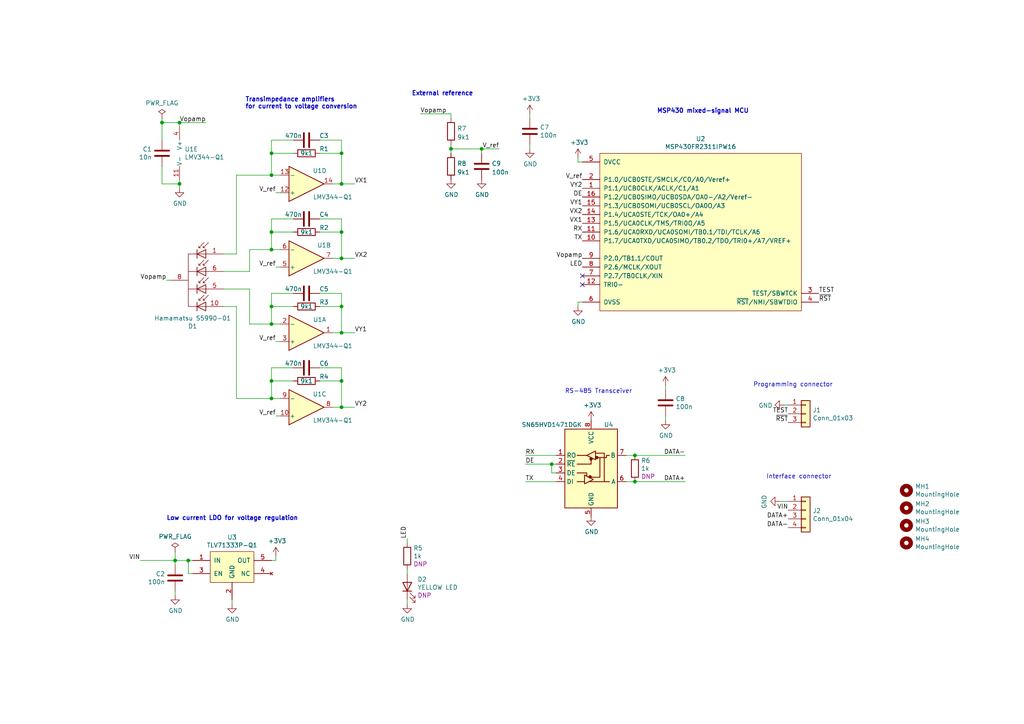
<source format=kicad_sch>
(kicad_sch (version 20231120) (generator "eeschema") (generator_version "8.0")
  (paper "A4")
  (title_block (title "PSS Sun Sensor") (date "2022-12-08") (rev "v4") (company "Aalto University") (comment 1 "Petri Niemelä"))
  (lib_symbols
    (symbol "Amplifier_Operational:OPA4340UA" (pin_names (offset 0.127))
      (property "Reference" "U" (at 0 5.08 0))
      (property "Value" "OPA4340UA" (at 0 -5.08 0))
      (symbol "OPA4340UA_1_1"
        (polyline (pts (xy -5.08 5.08) (xy 5.08 0) (xy -5.08 -5.08) (xy -5.08 5.08)) (stroke (width 0.254)) (fill (type background)))
        (pin output line (at 7.62 0 180) (length 2.54) (name "~") (number "1"))
        (pin input line (at -7.62 -2.54 0) (length 2.54) (name "-") (number "2"))
        (pin input line (at -7.62 2.54 0) (length 2.54) (name "+") (number "3"))
      )
      (symbol "OPA4340UA_2_1"
        (polyline (pts (xy -5.08 5.08) (xy 5.08 0) (xy -5.08 -5.08) (xy -5.08 5.08)) (stroke (width 0.254)) (fill (type background)))
        (pin input line (at -7.62 2.54 0) (length 2.54) (name "+") (number "5"))
        (pin input line (at -7.62 -2.54 0) (length 2.54) (name "-") (number "6"))
        (pin output line (at 7.62 0 180) (length 2.54) (name "~") (number "7"))
      )
      (symbol "OPA4340UA_3_1"
        (polyline (pts (xy -5.08 5.08) (xy 5.08 0) (xy -5.08 -5.08) (xy -5.08 5.08)) (stroke (width 0.254)) (fill (type background)))
        (pin input line (at -7.62 2.54 0) (length 2.54) (name "+") (number "10"))
        (pin output line (at 7.62 0 180) (length 2.54) (name "~") (number "8"))
        (pin input line (at -7.62 -2.54 0) (length 2.54) (name "-") (number "9"))
      )
      (symbol "OPA4340UA_4_1"
        (polyline (pts (xy -5.08 5.08) (xy 5.08 0) (xy -5.08 -5.08) (xy -5.08 5.08)) (stroke (width 0.254)) (fill (type background)))
        (pin input line (at -7.62 2.54 0) (length 2.54) (name "+") (number "12"))
        (pin input line (at -7.62 -2.54 0) (length 2.54) (name "-") (number "13"))
        (pin output line (at 7.62 0 180) (length 2.54) (name "~") (number "14"))
      )
      (symbol "OPA4340UA_5_1"
        (pin power_in line (at -2.54 -7.62 90) (length 3.81) (name "V-") (number "11"))
        (pin power_in line (at -2.54 7.62 270) (length 3.81) (name "V+") (number "4"))
      )
    )
    (symbol "Connector_Generic:Conn_01x03" (pin_names (offset 1.016) hide)
      (property "Reference" "J" (at 0 5.08 0))
      (property "Value" "Conn_01x03" (at 0 -5.08 0))
      (symbol "Conn_01x03_1_1"
        (rectangle (start -1.27 -2.413) (end 0 -2.667) (stroke (width 0.1524)))
        (rectangle (start -1.27 0.127) (end 0 -0.127) (stroke (width 0.1524)))
        (rectangle (start -1.27 2.667) (end 0 2.413) (stroke (width 0.1524)))
        (rectangle (start -1.27 3.81) (end 1.27 -3.81) (stroke (width 0.254)) (fill (type background)))
        (pin passive line (at -5.08 2.54 0) (length 3.81) (name "Pin_1") (number "1"))
        (pin passive line (at -5.08 0 0) (length 3.81) (name "Pin_2") (number "2"))
        (pin passive line (at -5.08 -2.54 0) (length 3.81) (name "Pin_3") (number "3"))
      )
    )
    (symbol "Connector_Generic:Conn_01x04" (pin_names (offset 1.016) hide)
      (property "Reference" "J" (at 0 5.08 0))
      (property "Value" "Conn_01x04" (at 0 -7.62 0))
      (symbol "Conn_01x04_1_1"
        (rectangle (start -1.27 -4.953) (end 0 -5.207) (stroke (width 0.1524)))
        (rectangle (start -1.27 -2.413) (end 0 -2.667) (stroke (width 0.1524)))
        (rectangle (start -1.27 0.127) (end 0 -0.127) (stroke (width 0.1524)))
        (rectangle (start -1.27 2.667) (end 0 2.413) (stroke (width 0.1524)))
        (rectangle (start -1.27 3.81) (end 1.27 -6.35) (stroke (width 0.254)) (fill (type background)))
        (pin passive line (at -5.08 2.54 0) (length 3.81) (name "Pin_1") (number "1"))
        (pin passive line (at -5.08 0 0) (length 3.81) (name "Pin_2") (number "2"))
        (pin passive line (at -5.08 -2.54 0) (length 3.81) (name "Pin_3") (number "3"))
        (pin passive line (at -5.08 -5.08 0) (length 3.81) (name "Pin_4") (number "4"))
      )
    )
    (symbol "Device:C" (pin_numbers hide) (pin_names (offset 0.254))
      (property "Reference" "C" (at 0.635 2.54 0))
      (property "Value" "C" (at 0.635 -2.54 0))
      (symbol "C_0_1"
        (polyline (pts (xy -2.032 -0.762) (xy 2.032 -0.762)) (stroke (width 0.508)))
        (polyline (pts (xy -2.032 0.762) (xy 2.032 0.762)) (stroke (width 0.508)))
      )
      (symbol "C_1_1"
        (pin passive line (at 0 3.81 270) (length 2.794) (name "~") (number "1"))
        (pin passive line (at 0 -3.81 90) (length 2.794) (name "~") (number "2"))
      )
    )
    (symbol "Device:LED" (pin_numbers hide) (pin_names (offset 1.016) hide)
      (property "Reference" "D" (at 0 2.54 0))
      (property "Value" "LED" (at 0 -2.54 0))
      (symbol "LED_0_1"
        (polyline (pts (xy -1.27 -1.27) (xy -1.27 1.27)) (stroke (width 0.254)))
        (polyline (pts (xy -1.27 0) (xy 1.27 0)))
        (polyline (pts (xy 1.27 -1.27) (xy 1.27 1.27) (xy -1.27 0) (xy 1.27 -1.27)) (stroke (width 0.254)))
        (polyline (pts (xy -3.048 -0.762) (xy -4.572 -2.286) (xy -3.81 -2.286) (xy -4.572 -2.286) (xy -4.572 -1.524)))
        (polyline (pts (xy -1.778 -0.762) (xy -3.302 -2.286) (xy -2.54 -2.286) (xy -3.302 -2.286) (xy -3.302 -1.524)))
      )
      (symbol "LED_1_1"
        (pin passive line (at -3.81 0 0) (length 2.54) (name "K") (number "1"))
        (pin passive line (at 3.81 0 180) (length 2.54) (name "A") (number "2"))
      )
    )
    (symbol "Device:R" (pin_numbers hide) (pin_names (offset 0))
      (property "Reference" "R" (at 2.032 0 90))
      (property "Value" "R" (at 0 0 90))
      (symbol "R_0_1"
        (rectangle (start -1.016 -2.54) (end 1.016 2.54) (stroke (width 0.254)))
      )
      (symbol "R_1_1"
        (pin passive line (at 0 3.81 270) (length 1.27) (name "~") (number "1"))
        (pin passive line (at 0 -3.81 90) (length 1.27) (name "~") (number "2"))
      )
    )
    (symbol "Interface_UART:MAX3486"
      (property "Reference" "U" (at -6.096 11.43 0))
      (property "Value" "MAX3486" (at 0.762 11.43 0))
      (symbol "MAX3486_0_1"
        (rectangle (start -7.62 10.16) (end 7.62 -12.7) (stroke (width 0.254)) (fill (type background)))
        (circle (center -0.3048 -3.683) (radius 0.3556) (stroke (width 0.254)) (fill (type outline)))
        (circle (center -0.0254 1.4986) (radius 0.3556) (stroke (width 0.254)) (fill (type outline)))
        (polyline (pts (xy -4.064 -5.08) (xy -1.905 -5.08)) (stroke (width 0.254)))
        (polyline (pts (xy -4.064 2.54) (xy -1.27 2.54)) (stroke (width 0.254)))
        (polyline (pts (xy -1.27 -3.2004) (xy -1.27 -3.4544)) (stroke (width 0.254)))
        (polyline (pts (xy -0.635 -5.08) (xy 5.334 -5.08)) (stroke (width 0.254)))
        (polyline (pts (xy -4.064 -2.54) (xy -1.27 -2.54) (xy -1.27 -3.175)) (stroke (width 0.254)))
        (polyline (pts (xy 0 1.27) (xy 0 0) (xy -4.064 0)) (stroke (width 0.254)))
        (polyline (pts (xy 1.27 3.175) (xy 3.81 3.175) (xy 3.81 -5.08)) (stroke (width 0.254)))
        (polyline (pts (xy 2.54 1.905) (xy 2.54 -3.81) (xy 0 -3.81)) (stroke (width 0.254)))
        (polyline (pts (xy -1.905 -3.175) (xy -1.905 -5.715) (xy 0.635 -4.445) (xy -1.905 -3.175)) (stroke (width 0.254)))
        (polyline (pts (xy -1.27 2.54) (xy 1.27 3.81) (xy 1.27 1.27) (xy -1.27 2.54)) (stroke (width 0.254)))
        (polyline (pts (xy 1.905 1.905) (xy 4.445 1.905) (xy 4.445 2.54) (xy 5.334 2.54)) (stroke (width 0.254)))
        (rectangle (start 1.27 3.175) (end 1.27 3.175))
        (circle (center 1.651 1.905) (radius 0.3556) (stroke (width 0.254)) (fill (type outline)))
      )
      (symbol "MAX3486_1_1"
        (pin output line (at -10.16 2.54 0) (length 2.54) (name "RO") (number "1"))
        (pin input line (at -10.16 0 0) (length 2.54) (name "~{RE}") (number "2"))
        (pin input line (at -10.16 -2.54 0) (length 2.54) (name "DE") (number "3"))
        (pin input line (at -10.16 -5.08 0) (length 2.54) (name "DI") (number "4"))
        (pin power_in line (at 0 -15.24 90) (length 2.54) (name "GND") (number "5"))
        (pin bidirectional line (at 10.16 -5.08 180) (length 2.54) (name "A") (number "6"))
        (pin bidirectional line (at 10.16 2.54 180) (length 2.54) (name "B") (number "7"))
        (pin power_in line (at 0 12.7 270) (length 2.54) (name "VCC") (number "8"))
      )
    )
    (symbol "Mechanical:MountingHole" (pin_names (offset 1.016))
      (property "Reference" "H" (at 0 5.08 0))
      (property "Value" "MountingHole" (at 0 3.175 0))
      (symbol "MountingHole_0_1"
        (circle (center 0 0) (radius 1.27) (stroke (width 1.27)))
      )
    )
    (symbol "Sun_Sensor:MSP430FR2311IPW16" (pin_names (offset 1.016))
      (property "Reference" "U" (at -27.94 -16.51 0))
      (property "Value" "MSP430FR2311IPW16" (at 0 31.75 0))
      (symbol "MSP430FR2311IPW16_0_1"
        (rectangle (start -29.21 30.48) (end 29.21 -15.24) (fill (type background)))
      )
      (symbol "MSP430FR2311IPW16_1_1"
        (pin bidirectional line (at -34.29 20.32 0) (length 5.08) (name "P1.1/UCB0CLK/ACLK/C1/A1") (number "1"))
        (pin bidirectional line (at -34.29 5.08 0) (length 5.08) (name "P1.7/UCA0TXD/UCA0SIMO/TB0.2/TDO/TRI0+/A7/VREF+") (number "10"))
        (pin bidirectional line (at -34.29 7.62 0) (length 5.08) (name "P1.6/UCA0RXD/UCA0SOMI/TB0.1/TDI/TCLK/A6") (number "11"))
        (pin input line (at -34.29 -7.62 0) (length 5.08) (name "TRI0-") (number "12"))
        (pin bidirectional line (at -34.29 10.16 0) (length 5.08) (name "P1.5/UCA0CLK/TMS/TRI0O/A5") (number "13"))
        (pin bidirectional line (at -34.29 12.7 0) (length 5.08) (name "P1.4/UCA0STE/TCK/OA0+/A4") (number "14"))
        (pin bidirectional line (at -34.29 15.24 0) (length 5.08) (name "P1.3/UCB0SOMI/UCB0SCL/OA0O/A3") (number "15"))
        (pin bidirectional line (at -34.29 17.78 0) (length 5.08) (name "P1.2/UCB0SIMO/UCB0SDA/OA0-/A2/Veref-") (number "16"))
        (pin bidirectional line (at -34.29 22.86 0) (length 5.08) (name "P1.0/UCB0STE/SMCLK/C0/A0/Veref+") (number "2"))
        (pin bidirectional line (at 34.29 -10.16 180) (length 5.08) (name "TEST/SBWTCK") (number "3"))
        (pin bidirectional line (at 34.29 -12.7 180) (length 5.08) (name "~{RST}/NMI/SBWTDIO") (number "4"))
        (pin power_in line (at -34.29 27.94 0) (length 5.08) (name "DVCC") (number "5"))
        (pin power_in line (at -34.29 -12.7 0) (length 5.08) (name "DVSS") (number "6"))
        (pin bidirectional line (at -34.29 -5.08 0) (length 5.08) (name "P2.7/TB0CLK/XIN") (number "7"))
        (pin bidirectional line (at -34.29 -2.54 0) (length 5.08) (name "P2.6/MCLK/XOUT") (number "8"))
        (pin bidirectional line (at -34.29 0 0) (length 5.08) (name "P2.0/TB1.1/COUT") (number "9"))
      )
    )
    (symbol "Sun_Sensor:S5990-01" (pin_names (offset 1.016) hide)
      (property "Reference" "D" (at 0 -10.16 0))
      (property "Value" "S5990-01" (at 8.89 -10.16 0))
      (symbol "S5990-01_0_0"
        (polyline (pts (xy 1.27 -2.54) (xy 3.81 -2.54)))
        (polyline (pts (xy 1.27 2.54) (xy 3.81 2.54)))
        (polyline (pts (xy 1.27 7.62) (xy 3.81 7.62) (xy 3.81 0) (xy 3.81 -7.62) (xy 1.27 -7.62)))
      )
      (symbol "S5990-01_1_1"
        (polyline (pts (xy -1.27 -7.62) (xy 1.27 -7.62)))
        (polyline (pts (xy -1.27 -2.54) (xy 1.27 -2.54)))
        (polyline (pts (xy -1.27 2.54) (xy 1.27 2.54)))
        (polyline (pts (xy -1.27 7.62) (xy 1.27 7.62)))
        (polyline (pts (xy 0.762 -5.842) (xy 0.254 -5.842)))
        (polyline (pts (xy 0.762 -0.762) (xy 0.254 -0.762)))
        (polyline (pts (xy 0.762 4.318) (xy 0.254 4.318)))
        (polyline (pts (xy 0.762 9.398) (xy 0.254 9.398)))
        (polyline (pts (xy 1.27 -8.89) (xy 1.27 -6.35)) (stroke (width 0.2032)))
        (polyline (pts (xy 1.27 -3.81) (xy 1.27 -1.27)) (stroke (width 0.2032)))
        (polyline (pts (xy 1.27 1.27) (xy 1.27 3.81)) (stroke (width 0.2032)))
        (polyline (pts (xy 1.27 6.35) (xy 1.27 8.89)) (stroke (width 0.2032)))
        (polyline (pts (xy -0.762 -4.318) (xy 0.762 -5.842) (xy 0.762 -5.334)))
        (polyline (pts (xy -0.762 0.762) (xy 0.762 -0.762) (xy 0.762 -0.254)))
        (polyline (pts (xy -0.762 5.842) (xy 0.762 4.318) (xy 0.762 4.826)))
        (polyline (pts (xy -0.762 10.922) (xy 0.762 9.398) (xy 0.762 9.906)))
        (polyline (pts (xy -1.27 -6.35) (xy -1.27 -8.89) (xy 1.27 -7.62) (xy -1.27 -6.35)) (stroke (width 0.2032)))
        (polyline (pts (xy -1.27 -1.27) (xy -1.27 -3.81) (xy 1.27 -2.54) (xy -1.27 -1.27)) (stroke (width 0.2032)))
        (polyline (pts (xy -1.27 3.81) (xy -1.27 1.27) (xy 1.27 2.54) (xy -1.27 3.81)) (stroke (width 0.2032)))
        (polyline (pts (xy -1.27 8.89) (xy -1.27 6.35) (xy 1.27 7.62) (xy -1.27 8.89)) (stroke (width 0.2032)))
        (polyline (pts (xy -2.032 -4.318) (xy -0.508 -5.842) (xy -0.508 -5.334) (xy -0.508 -5.842) (xy -1.016 -5.842)))
        (polyline (pts (xy -2.032 0.762) (xy -0.508 -0.762) (xy -0.508 -0.254) (xy -0.508 -0.762) (xy -1.016 -0.762)))
        (polyline (pts (xy -2.032 5.842) (xy -0.508 4.318) (xy -0.508 4.826) (xy -0.508 4.318) (xy -1.016 4.318)))
        (polyline (pts (xy -2.032 10.922) (xy -0.508 9.398) (xy -0.508 9.906) (xy -0.508 9.398) (xy -1.016 9.398)))
        (pin passive line (at -6.35 7.62 0) (length 5.08) (name "Anode_X1") (number "1"))
        (pin passive line (at -6.35 -7.62 0) (length 5.08) (name "Anode_Y2") (number "10"))
        (pin no_connect line (at 11.43 7.62 180) (length 5.08) hide (name "NC") (number "2"))
        (pin no_connect line (at 11.43 5.08 180) (length 5.08) hide (name "NC") (number "3"))
        (pin no_connect line (at 11.43 2.54 180) (length 5.08) hide (name "NC") (number "4"))
        (pin passive line (at -6.35 -2.54 0) (length 5.08) (name "Anode_Y1") (number "5"))
        (pin passive line (at -6.35 2.54 0) (length 5.08) (name "Anode_X2") (number "6"))
        (pin no_connect line (at 11.43 -2.54 180) (length 5.08) hide (name "NC") (number "7"))
        (pin passive line (at 8.89 0 180) (length 5.08) (name "Cathode") (number "8"))
        (pin no_connect line (at 11.43 -5.08 180) (length 5.08) hide (name "NC") (number "9"))
      )
    )
    (symbol "Sun_Sensor:TLV733P-Q1" (pin_names (offset 1.016))
      (property "Reference" "U" (at -5.08 -7.62 0))
      (property "Value" "TLV733P-Q1" (at 0 5.08 0))
      (symbol "TLV733P-Q1_0_1"
        (rectangle (start -6.35 3.81) (end 6.35 -5.08) (fill (type background)))
      )
      (symbol "TLV733P-Q1_1_1"
        (pin power_in line (at -11.43 1.27 0) (length 5.08) (name "IN") (number "1"))
        (pin power_in line (at 0 -10.16 90) (length 5.08) (name "GND") (number "2"))
        (pin input line (at -11.43 -2.54 0) (length 5.08) (name "EN") (number "3"))
        (pin no_connect line (at 11.43 -2.54 180) (length 5.08) (name "NC") (number "4"))
        (pin power_out line (at 11.43 1.27 180) (length 5.08) (name "OUT") (number "5"))
      )
    )
    (symbol "power:+3V3" (power) (pin_names (offset 0))
      (property "Value" "+3V3" (at 0 3.556 0))
      (symbol "+3V3_0_1"
        (polyline (pts (xy -0.762 1.27) (xy 0 2.54)))
        (polyline (pts (xy 0 0) (xy 0 2.54)))
        (polyline (pts (xy 0 2.54) (xy 0.762 1.27)))
      )
      (symbol "+3V3_1_1"
        (pin power_in line (at 0 0 90) (length 0) hide (name "+3V3") (number "1"))
      )
    )
    (symbol "power:GND" (power) (pin_names (offset 0))
      (property "Value" "GND" (at 0 -3.81 0))
      (symbol "GND_0_1"
        (polyline (pts (xy 0 0) (xy 0 -1.27) (xy 1.27 -1.27) (xy 0 -2.54) (xy -1.27 -1.27) (xy 0 -1.27)))
      )
      (symbol "GND_1_1"
        (pin power_in line (at 0 0 270) (length 0) hide (name "GND") (number "1"))
      )
    )
    (symbol "power:PWR_FLAG" (power) (pin_numbers hide) (pin_names (offset 0) hide)
      (property "Value" "PWR_FLAG" (at 0 3.81 0))
      (symbol "PWR_FLAG_0_0"
        (pin power_out line (at 0 0 90) (length 0) (name "pwr") (number "1"))
      )
      (symbol "PWR_FLAG_0_1"
        (polyline (pts (xy 0 0) (xy 0 1.27) (xy -1.016 1.905) (xy 0 2.54) (xy 1.016 1.905) (xy 0 1.27)))
      )
    )
  )
  (junction (at 99.06 67.31))
  (junction (at 78.74 50.8))
  (junction (at 99.06 53.34))
  (junction (at 99.06 88.9))
  (junction (at 99.06 44.45))
  (junction (at 99.06 110.49))
  (junction (at 78.74 115.57))
  (junction (at 99.06 96.52))
  (junction (at 78.74 93.98))
  (junction (at 139.7 43.18))
  (junction (at 184.15 139.7))
  (junction (at 50.8 162.56))
  (junction (at 130.81 43.18))
  (junction (at 54.61 162.56))
  (junction (at 52.07 53.34))
  (junction (at 160.02 134.62))
  (junction (at 184.15 132.08))
  (junction (at 78.74 88.9))
  (junction (at 52.07 35.56))
  (junction (at 99.06 74.93))
  (junction (at 78.74 110.49))
  (junction (at 99.06 118.11))
  (junction (at 78.74 67.31))
  (junction (at 78.74 44.45))
  (junction (at 78.74 72.39))
  (junction (at 46.99 35.56))
  (no_connect (at 168.91 82.55))
  (no_connect (at 168.91 80.01))
  (wire (pts (xy 139.7 43.18) (xy 139.7 44.45)))
  (wire (pts (xy 46.99 40.64) (xy 46.99 35.56)))
  (wire (pts (xy 78.74 67.31) (xy 78.74 63.5)))
  (wire (pts (xy 118.11 157.48) (xy 118.11 156.21)))
  (wire (pts (xy 81.28 93.98) (xy 78.74 93.98)))
  (wire (pts (xy 55.88 166.37) (xy 54.61 166.37)))
  (wire (pts (xy 52.07 52.07) (xy 52.07 53.34)))
  (wire (pts (xy 130.81 41.91) (xy 130.81 43.18)))
  (wire (pts (xy 46.99 34.29) (xy 46.99 35.56)))
  (wire (pts (xy 85.09 67.31) (xy 78.74 67.31)))
  (wire (pts (xy 130.81 43.18) (xy 139.7 43.18)))
  (wire (pts (xy 46.99 48.26) (xy 46.99 53.34)))
  (wire (pts (xy 72.39 93.98) (xy 78.74 93.98)))
  (wire (pts (xy 167.64 87.63) (xy 168.91 87.63)))
  (wire (pts (xy 78.74 106.68) (xy 85.09 106.68)))
  (wire (pts (xy 96.52 118.11) (xy 99.06 118.11)))
  (wire (pts (xy 78.74 44.45) (xy 78.74 50.8)))
  (wire (pts (xy 99.06 74.93) (xy 99.06 67.31)))
  (wire (pts (xy 99.06 53.34) (xy 99.06 44.45)))
  (wire (pts (xy 68.58 73.66) (xy 68.58 50.8)))
  (wire (pts (xy 78.74 50.8) (xy 81.28 50.8)))
  (wire (pts (xy 68.58 115.57) (xy 68.58 88.9)))
  (wire (pts (xy 92.71 110.49) (xy 99.06 110.49)))
  (wire (pts (xy 50.8 160.02) (xy 50.8 162.56)))
  (wire (pts (xy 96.52 53.34) (xy 99.06 53.34)))
  (wire (pts (xy 161.29 137.16) (xy 160.02 137.16)))
  (wire (pts (xy 99.06 96.52) (xy 99.06 88.9)))
  (wire (pts (xy 78.74 85.09) (xy 85.09 85.09)))
  (wire (pts (xy 85.09 110.49) (xy 78.74 110.49)))
  (wire (pts (xy 80.01 99.06) (xy 81.28 99.06)))
  (wire (pts (xy 85.09 88.9) (xy 78.74 88.9)))
  (wire (pts (xy 153.67 33.02) (xy 153.67 34.29)))
  (wire (pts (xy 72.39 72.39) (xy 78.74 72.39)))
  (wire (pts (xy 80.01 120.65) (xy 81.28 120.65)))
  (wire (pts (xy 85.09 44.45) (xy 78.74 44.45)))
  (wire (pts (xy 52.07 35.56) (xy 52.07 36.83)))
  (wire (pts (xy 161.29 132.08) (xy 152.4 132.08)))
  (wire (pts (xy 92.71 67.31) (xy 99.06 67.31)))
  (wire (pts (xy 130.81 33.02) (xy 130.81 34.29)))
  (wire (pts (xy 181.61 132.08) (xy 184.15 132.08)))
  (wire (pts (xy 167.64 46.99) (xy 168.91 46.99)))
  (wire (pts (xy 152.4 139.7) (xy 161.29 139.7)))
  (wire (pts (xy 193.04 111.76) (xy 193.04 113.03)))
  (wire (pts (xy 54.61 162.56) (xy 55.88 162.56)))
  (wire (pts (xy 227.33 117.475) (xy 228.6 117.475)))
  (wire (pts (xy 184.15 139.7) (xy 181.61 139.7)))
  (wire (pts (xy 68.58 88.9) (xy 64.77 88.9)))
  (wire (pts (xy 130.81 44.45) (xy 130.81 43.18)))
  (wire (pts (xy 78.74 44.45) (xy 78.74 40.64)))
  (wire (pts (xy 99.06 44.45) (xy 92.71 44.45)))
  (wire (pts (xy 78.74 72.39) (xy 78.74 67.31)))
  (wire (pts (xy 40.64 162.56) (xy 50.8 162.56)))
  (wire (pts (xy 153.67 43.18) (xy 153.67 41.91)))
  (wire (pts (xy 198.755 139.7) (xy 184.15 139.7)))
  (wire (pts (xy 68.58 50.8) (xy 78.74 50.8)))
  (wire (pts (xy 139.7 43.18) (xy 144.78 43.18)))
  (wire (pts (xy 81.28 72.39) (xy 78.74 72.39)))
  (wire (pts (xy 64.77 83.82) (xy 72.39 83.82)))
  (wire (pts (xy 99.06 118.11) (xy 102.87 118.11)))
  (wire (pts (xy 160.02 134.62) (xy 161.29 134.62)))
  (wire (pts (xy 50.8 162.56) (xy 54.61 162.56)))
  (wire (pts (xy 152.4 134.62) (xy 160.02 134.62)))
  (wire (pts (xy 99.06 85.09) (xy 92.71 85.09)))
  (wire (pts (xy 167.64 88.9) (xy 167.64 87.63)))
  (wire (pts (xy 99.06 110.49) (xy 99.06 106.68)))
  (wire (pts (xy 99.06 40.64) (xy 99.06 44.45)))
  (wire (pts (xy 99.06 88.9) (xy 99.06 85.09)))
  (wire (pts (xy 72.39 83.82) (xy 72.39 93.98)))
  (wire (pts (xy 167.64 45.72) (xy 167.64 46.99)))
  (wire (pts (xy 78.74 115.57) (xy 78.74 110.49)))
  (wire (pts (xy 78.74 40.64) (xy 85.09 40.64)))
  (wire (pts (xy 67.31 175.26) (xy 67.31 173.99)))
  (wire (pts (xy 46.99 53.34) (xy 52.07 53.34)))
  (wire (pts (xy 64.77 73.66) (xy 68.58 73.66)))
  (wire (pts (xy 99.06 63.5) (xy 92.71 63.5)))
  (wire (pts (xy 99.06 67.31) (xy 99.06 63.5)))
  (wire (pts (xy 99.06 53.34) (xy 102.87 53.34)))
  (wire (pts (xy 59.69 35.56) (xy 52.07 35.56)))
  (wire (pts (xy 68.58 115.57) (xy 78.74 115.57)))
  (wire (pts (xy 78.74 63.5) (xy 85.09 63.5)))
  (wire (pts (xy 81.28 115.57) (xy 78.74 115.57)))
  (wire (pts (xy 72.39 78.74) (xy 72.39 72.39)))
  (wire (pts (xy 121.92 33.02) (xy 130.81 33.02)))
  (wire (pts (xy 226.06 145.415) (xy 228.6 145.415)))
  (wire (pts (xy 96.52 74.93) (xy 99.06 74.93)))
  (wire (pts (xy 99.06 96.52) (xy 102.87 96.52)))
  (wire (pts (xy 46.99 35.56) (xy 52.07 35.56)))
  (wire (pts (xy 99.06 74.93) (xy 102.87 74.93)))
  (wire (pts (xy 54.61 166.37) (xy 54.61 162.56)))
  (wire (pts (xy 50.8 172.72) (xy 50.8 171.45)))
  (wire (pts (xy 78.74 110.49) (xy 78.74 106.68)))
  (wire (pts (xy 78.74 93.98) (xy 78.74 88.9)))
  (wire (pts (xy 78.74 162.56) (xy 80.01 162.56)))
  (wire (pts (xy 118.11 173.99) (xy 118.11 175.26)))
  (wire (pts (xy 99.06 106.68) (xy 92.71 106.68)))
  (wire (pts (xy 78.74 88.9) (xy 78.74 85.09)))
  (wire (pts (xy 160.02 137.16) (xy 160.02 134.62)))
  (wire (pts (xy 80.01 55.88) (xy 81.28 55.88)))
  (wire (pts (xy 193.04 121.92) (xy 193.04 120.65)))
  (wire (pts (xy 92.71 40.64) (xy 99.06 40.64)))
  (wire (pts (xy 184.15 132.08) (xy 198.755 132.08)))
  (wire (pts (xy 99.06 118.11) (xy 99.06 110.49)))
  (wire (pts (xy 96.52 96.52) (xy 99.06 96.52)))
  (wire (pts (xy 48.26 81.28) (xy 49.53 81.28)))
  (wire (pts (xy 92.71 88.9) (xy 99.06 88.9)))
  (wire (pts (xy 80.01 77.47) (xy 81.28 77.47)))
  (wire (pts (xy 52.07 53.34) (xy 52.07 54.61)))
  (wire (pts (xy 50.8 163.83) (xy 50.8 162.56)))
  (wire (pts (xy 64.77 78.74) (xy 72.39 78.74)))
  (wire (pts (xy 118.11 166.37) (xy 118.11 165.1)))
  (wire (pts (xy 80.01 162.56) (xy 80.01 161.29)))
  (text "RS-485 Transceiver" (at 163.83 114.3 0) (effects (font (size 1.27 1.27)) (justify left bottom)))
  (text "Transimpedance amplifiers\nfor current to voltage conversion" (at 71.12 31.75 0) (effects (font (size 1.27 1.27) (thickness 0.254) (bold yes)) (justify left bottom)))
  (text "External reference" (at 119.38 27.94 0) (effects (font (size 1.27 1.27) (thickness 0.254) (bold yes)) (justify left bottom)))
  (text "Low current LDO for voltage regulation" (at 48.26 151.13 0) (effects (font (size 1.27 1.27) (thickness 0.254) (bold yes)) (justify left bottom)))
  (text "Programming connector" (at 218.44 112.395 0) (effects (font (size 1.27 1.27)) (justify left bottom)))
  (text "MSP430 mixed-signal MCU" (at 190.5 33.02 0) (effects (font (size 1.27 1.27) (thickness 0.254) (bold yes)) (justify left bottom)))
  (text "Interface connector" (at 222.25 139.065 0) (effects (font (size 1.27 1.27)) (justify left bottom)))
  (label "TX" (at 152.4 139.7 0))
  (label "VX1" (at 102.87 53.34 0))
  (label "LED" (at 118.11 156.21 90))
  (label "VIN" (at 40.64 162.56 180))
  (label "TEST" (at 237.49 85.09 0))
  (label "Vopamp" (at 48.26 81.28 180))
  (label "DATA-" (at 228.6 153.035 180))
  (label "RX" (at 168.91 67.31 180))
  (label "Vopamp" (at 168.91 74.93 180))
  (label "~{RST}" (at 237.49 87.63 0))
  (label "VX1" (at 168.91 64.77 180))
  (label "V_ref" (at 80.01 55.88 180))
  (label "LED" (at 168.91 77.47 180))
  (label "VIN" (at 228.6 147.955 180))
  (label "DATA-" (at 198.755 132.08 180))
  (label "V_ref" (at 168.91 52.07 180))
  (label "VY1" (at 102.87 96.52 0))
  (label "DATA+" (at 228.6 150.495 180))
  (label "~{RST}" (at 228.6 122.555 180))
  (label "DATA+" (at 198.755 139.7 180))
  (label "VX2" (at 102.87 74.93 0))
  (label "V_ref" (at 80.01 77.47 180))
  (label "VX2" (at 168.91 62.23 180))
  (label "TX" (at 168.91 69.85 180))
  (label "TEST" (at 228.6 120.015 180))
  (label "DE" (at 168.91 57.15 180))
  (label "V_ref" (at 80.01 120.65 180))
  (label "VY2" (at 168.91 54.61 180))
  (label "V_ref" (at 144.78 43.18 180))
  (label "Vopamp" (at 121.92 33.02 0))
  (label "Vopamp" (at 59.69 35.56 180))
  (label "V_ref" (at 80.01 99.06 180))
  (label "RX" (at 152.4 132.08 0))
  (label "VY2" (at 102.87 118.11 0))
  (label "VY1" (at 168.91 59.69 180))
  (label "DE" (at 152.4 134.62 0))
  (symbol (lib_id "Amplifier_Operational:OPA4340UA") (at 88.9 96.52 0) (mirror x) (unit 1)
    (property "Reference" "U1" (at 92.71 92.71 0))
    (property "Value" "LMV344-Q1" (at 96.52 100.33 0))
    (property "Footprint" "Package_SO:TSSOP-14_4.4x5mm_P0.65mm" (effects (hide yes)))
    (property "Mouser" "595-LMV344IPWRQ1" (effects (hide yes)))
  )
  (symbol (lib_id "Amplifier_Operational:OPA4340UA") (at 88.9 74.93 0) (mirror x) (unit 2)
    (property "Reference" "U1" (at 93.98 71.12 0))
    (property "Value" "LMV344-Q1" (at 96.52 78.74 0))
    (property "Footprint" "Package_SO:TSSOP-14_4.4x5mm_P0.65mm" (effects (hide yes)))
  )
  (symbol (lib_id "Amplifier_Operational:OPA4340UA") (at 88.9 118.11 0) (mirror x) (unit 3)
    (property "Reference" "U1" (at 92.71 114.3 0))
    (property "Value" "LMV344-Q1" (at 96.52 121.92 0))
    (property "Footprint" "Package_SO:TSSOP-14_4.4x5mm_P0.65mm" (effects (hide yes)))
  )
  (symbol (lib_id "Amplifier_Operational:OPA4340UA") (at 88.9 53.34 0) (mirror x) (unit 4)
    (property "Reference" "U1" (at 92.71 49.53 0))
    (property "Value" "LMV344-Q1" (at 96.52 57.15 0))
    (property "Footprint" "Package_SO:TSSOP-14_4.4x5mm_P0.65mm" (effects (hide yes)))
  )
  (symbol (lib_id "Amplifier_Operational:OPA4340UA") (at 54.61 44.45 0) (unit 5)
    (property "Reference" "U1" (at 53.5432 43.2816 0) (effects (justify left)))
    (property "Value" "LMV344-Q1" (at 53.5432 45.593 0) (effects (justify left)))
    (property "Footprint" "Package_SO:TSSOP-14_4.4x5mm_P0.65mm" (effects (hide yes)))
  )
  (symbol (lib_id "Sun_Sensor:S5990-01") (at 58.42 81.28 0) (mirror y) (unit 1)
    (property "Reference" "D1" (at 55.88 94.615 0))
    (property "Value" "Hamamatsu S5990-01" (at 55.88 92.3036 0))
    (property "Footprint" "Foresail:Hamatsu_S5980" (effects (hide yes)))
  )
  (symbol (lib_id "Device:R") (at 88.9 44.45 270) (unit 1)
    (property "Reference" "R1" (at 93.98 43.18 90))
    (property "Value" "9k1" (at 88.9 44.45 90))
    (property "Footprint" "Resistor_SMD:R_0402_1005Metric" (effects (hide yes)))
  )
  (symbol (lib_id "Device:C") (at 88.9 40.64 270) (unit 1)
    (property "Reference" "C3" (at 93.98 39.37 90))
    (property "Value" "470n" (at 85.09 39.37 90))
    (property "Footprint" "Capacitor_SMD:C_0402_1005Metric" (effects (hide yes)))
  )
  (symbol (lib_id "power:GND") (at 52.07 54.61 0) (unit 1)
    (property "Reference" "#PWR02" (effects (hide yes)))
    (property "Value" "GND" (at 52.197 59.0042 0))
  )
  (symbol (lib_id "Device:C") (at 88.9 63.5 270) (unit 1)
    (property "Reference" "C4" (at 93.98 62.23 90))
    (property "Value" "470n" (at 85.09 62.23 90))
    (property "Footprint" "Capacitor_SMD:C_0402_1005Metric" (effects (hide yes)))
  )
  (symbol (lib_id "Device:R") (at 88.9 67.31 270) (unit 1)
    (property "Reference" "R2" (at 93.98 66.04 90))
    (property "Value" "9k1" (at 88.9 67.31 90))
    (property "Footprint" "Resistor_SMD:R_0402_1005Metric" (effects (hide yes)))
  )
  (symbol (lib_id "Device:R") (at 88.9 88.9 270) (unit 1)
    (property "Reference" "R3" (at 93.98 87.63 90))
    (property "Value" "9k1" (at 88.9 88.9 90))
    (property "Footprint" "Resistor_SMD:R_0402_1005Metric" (effects (hide yes)))
  )
  (symbol (lib_id "Device:C") (at 88.9 85.09 270) (unit 1)
    (property "Reference" "C5" (at 93.98 83.82 90))
    (property "Value" "470n" (at 85.09 83.82 90))
    (property "Footprint" "Capacitor_SMD:C_0402_1005Metric" (effects (hide yes)))
  )
  (symbol (lib_id "Device:R") (at 88.9 110.49 270) (unit 1)
    (property "Reference" "R4" (at 93.98 109.22 90))
    (property "Value" "9k1" (at 88.9 110.49 90))
    (property "Footprint" "Resistor_SMD:R_0402_1005Metric" (effects (hide yes)))
  )
  (symbol (lib_id "Device:C") (at 88.9 106.68 270) (unit 1)
    (property "Reference" "C6" (at 93.98 105.41 90))
    (property "Value" "470n" (at 85.09 105.41 90))
    (property "Footprint" "Capacitor_SMD:C_0402_1005Metric" (effects (hide yes)))
  )
  (symbol (lib_id "Connector_Generic:Conn_01x03") (at 233.68 120.015 0) (unit 1)
    (property "Reference" "J1" (at 235.712 118.9482 0) (effects (justify left)))
    (property "Value" "Conn_01x03" (at 235.712 121.2596 0) (effects (justify left)))
    (property "Footprint" "Connector_PinHeader_1.27mm:PinHeader_1x03_P1.27mm_Vertical" (effects (hide yes)))
  )
  (symbol (lib_id "power:GND") (at 227.33 117.475 270) (unit 1)
    (property "Reference" "#PWR012" (effects (hide yes)))
    (property "Value" "GND" (at 224.0788 117.602 90) (effects (justify right)))
  )
  (symbol (lib_id "Device:C") (at 153.67 38.1 180) (unit 1)
    (property "Reference" "C7" (at 156.591 36.9316 0) (effects (justify right)))
    (property "Value" "100n" (at 156.591 39.243 0) (effects (justify right)))
    (property "Footprint" "Capacitor_SMD:C_0402_1005Metric" (effects (hide yes)))
  )
  (symbol (lib_id "power:GND") (at 153.67 43.18 0) (unit 1)
    (property "Reference" "#PWR09" (effects (hide yes)))
    (property "Value" "GND" (at 153.797 47.5742 0))
  )
  (symbol (lib_id "power:+3V3") (at 153.67 33.02 0) (unit 1)
    (property "Reference" "#PWR08" (effects (hide yes)))
    (property "Value" "+3V3" (at 154.051 28.6258 0))
  )
  (symbol (lib_id "power:GND") (at 226.06 145.415 270) (unit 1)
    (property "Reference" "#PWR014" (effects (hide yes)))
    (property "Value" "GND" (at 221.6658 145.542 0))
  )
  (symbol (lib_id "Sun_Sensor:MSP430FR2311IPW16") (at 203.2 74.93 0) (unit 1)
    (property "Reference" "U2" (at 203.2 40.259 0))
    (property "Value" "MSP430FR2311IPW16" (at 203.2 42.5704 0))
    (property "Footprint" "Package_SO:TSSOP-16_4.4x5mm_P0.65mm" (effects (hide yes)))
    (property "Datasheet" "http://www.ti.com/lit/ds/symlink/msp430fr2311.pdf" (effects (hide yes)))
    (property "Mouser" "595-P430FR2311IPW16R" (effects (hide yes)))
  )
  (symbol (lib_id "Device:C") (at 46.99 44.45 180) (unit 1)
    (property "Reference" "C1" (at 44.069 43.2816 0) (effects (justify left)))
    (property "Value" "10n" (at 44.069 45.593 0) (effects (justify left)))
    (property "Footprint" "Capacitor_SMD:C_0402_1005Metric" (effects (hide yes)))
  )
  (symbol (lib_id "Connector_Generic:Conn_01x04") (at 233.68 147.955 0) (unit 1)
    (property "Reference" "J2" (at 235.712 148.1582 0) (effects (justify left)))
    (property "Value" "Conn_01x04" (at 235.712 150.4696 0) (effects (justify left)))
    (property "Footprint" "Connector_PinHeader_1.27mm:PinHeader_1x04_P1.27mm_Horizontal" (effects (hide yes)))
  )
  (symbol (lib_id "power:+3V3") (at 167.64 45.72 0) (unit 1)
    (property "Reference" "#PWR0101" (effects (hide yes)))
    (property "Value" "+3V3" (at 168.021 41.3258 0))
  )
  (symbol (lib_id "power:GND") (at 167.64 88.9 0) (unit 1)
    (property "Reference" "#PWR0102" (effects (hide yes)))
    (property "Value" "GND" (at 167.767 93.2942 0))
  )
  (symbol (lib_id "Sun_Sensor:TLV733P-Q1") (at 67.31 163.83 0) (unit 1)
    (property "Reference" "U3" (at 67.31 155.829 0))
    (property "Value" "TLV71333P-Q1" (at 67.31 158.1404 0))
    (property "Footprint" "Package_TO_SOT_SMD:SOT-23-5" (effects (hide yes)))
    (property "Datasheet" "http://www.ti.com/lit/ds/symlink/tlv713p-q1.pdf" (effects (hide yes)))
    (property "Mouser" "595-TLV71333PQDBVRQ1" (effects (hide yes)))
  )
  (symbol (lib_id "power:+3V3") (at 80.01 161.29 0) (unit 1)
    (property "Reference" "#PWR0103" (effects (hide yes)))
    (property "Value" "+3V3" (at 80.391 156.8958 0))
  )
  (symbol (lib_id "power:GND") (at 67.31 175.26 0) (unit 1)
    (property "Reference" "#PWR0104" (effects (hide yes)))
    (property "Value" "GND" (at 67.437 179.6542 0))
  )
  (symbol (lib_id "Device:C") (at 50.8 167.64 180) (unit 1)
    (property "Reference" "C2" (at 47.879 166.4716 0) (effects (justify left)))
    (property "Value" "100n" (at 47.879 168.783 0) (effects (justify left)))
    (property "Footprint" "Capacitor_SMD:C_0402_1005Metric" (effects (hide yes)))
  )
  (symbol (lib_id "power:GND") (at 50.8 172.72 0) (unit 1)
    (property "Reference" "#PWR0105" (effects (hide yes)))
    (property "Value" "GND" (at 50.927 177.1142 0))
  )
  (symbol (lib_id "Device:LED") (at 118.11 170.18 90) (unit 1)
    (property "Reference" "D2" (at 121.0818 168.0464 90) (effects (justify right)))
    (property "Value" "YELLOW LED" (at 121.0818 170.3578 90) (effects (justify right)))
    (property "Footprint" "LED_SMD:LED_0402_1005Metric" (effects (hide yes)))
    (property "DNP" "DNP" (at 121.0818 172.6692 90) (effects (justify right)))
  )
  (symbol (lib_id "Device:R") (at 118.11 161.29 0) (unit 1)
    (property "Reference" "R5" (at 119.888 158.9786 0) (effects (justify left)))
    (property "Value" "1k" (at 119.888 161.29 0) (effects (justify left)))
    (property "Footprint" "Resistor_SMD:R_0402_1005Metric" (effects (hide yes)))
    (property "DNP" "DNP" (at 119.888 163.6014 0) (effects (justify left)))
  )
  (symbol (lib_id "power:GND") (at 118.11 175.26 0) (unit 1)
    (property "Reference" "#PWR0106" (effects (hide yes)))
    (property "Value" "GND" (at 118.237 179.6542 0))
  )
  (symbol (lib_id "Mechanical:MountingHole") (at 262.89 142.24 0) (unit 1)
    (property "Reference" "MH1" (at 265.43 141.0716 0) (effects (justify left)))
    (property "Value" "MountingHole" (at 265.43 143.383 0) (effects (justify left)))
    (property "Footprint" "MountingHole:MountingHole_2.2mm_M2" (effects (hide yes)))
  )
  (symbol (lib_id "Mechanical:MountingHole") (at 262.89 147.32 0) (unit 1)
    (property "Reference" "MH2" (at 265.43 146.1516 0) (effects (justify left)))
    (property "Value" "MountingHole" (at 265.43 148.463 0) (effects (justify left)))
    (property "Footprint" "MountingHole:MountingHole_2.2mm_M2" (effects (hide yes)))
  )
  (symbol (lib_id "Mechanical:MountingHole") (at 262.89 152.4 0) (unit 1)
    (property "Reference" "MH3" (at 265.43 151.2316 0) (effects (justify left)))
    (property "Value" "MountingHole" (at 265.43 153.543 0) (effects (justify left)))
    (property "Footprint" "MountingHole:MountingHole_2.2mm_M2" (effects (hide yes)))
  )
  (symbol (lib_id "Mechanical:MountingHole") (at 262.89 157.48 0) (unit 1)
    (property "Reference" "MH4" (at 265.43 156.3116 0) (effects (justify left)))
    (property "Value" "MountingHole" (at 265.43 158.623 0) (effects (justify left)))
    (property "Footprint" "MountingHole:MountingHole_2.2mm_M2" (effects (hide yes)))
  )
  (symbol (lib_id "power:GND") (at 171.45 149.86 0) (unit 1)
    (property "Reference" "#PWR0107" (effects (hide yes)))
    (property "Value" "GND" (at 171.577 154.2542 0))
  )
  (symbol (lib_id "power:+3V3") (at 171.45 121.92 0) (unit 1)
    (property "Reference" "#PWR0108" (effects (hide yes)))
    (property "Value" "+3V3" (at 171.831 117.5258 0))
  )
  (symbol (lib_id "power:PWR_FLAG") (at 46.99 34.29 0) (unit 1)
    (property "Reference" "#FLG0101" (effects (hide yes)))
    (property "Value" "PWR_FLAG" (at 46.99 29.8958 0))
  )
  (symbol (lib_id "power:PWR_FLAG") (at 50.8 160.02 0) (unit 1)
    (property "Reference" "#FLG0102" (effects (hide yes)))
    (property "Value" "PWR_FLAG" (at 50.8 155.6258 0))
  )
  (symbol (lib_id "Interface_UART:MAX3486") (at 171.45 134.62 0) (unit 1)
    (property "Reference" "U4" (at 176.53 123.19 0))
    (property "Value" "SN65HVD1471DGK" (at 160.02 123.19 0))
    (property "Footprint" "Package_SO:VSSOP-8_2.4x2.1mm_P0.5mm" (effects (hide yes)))
    (property "Datasheet" "https://www.ti.com/lit/ds/symlink/sn65hvd1477.pdf" (effects (hide yes)))
  )
  (symbol (lib_id "Device:R") (at 184.15 135.89 0) (unit 1)
    (property "Reference" "R6" (at 185.928 133.5786 0) (effects (justify left)))
    (property "Value" "1k" (at 185.928 135.89 0) (effects (justify left)))
    (property "Footprint" "Resistor_SMD:R_0603_1608Metric" (effects (hide yes)))
    (property "DNP" "DNP" (at 185.928 138.2014 0) (effects (justify left)))
  )
  (symbol (lib_id "power:GND") (at 139.7 52.07 0) (unit 1)
    (property "Reference" "#PWR0109" (effects (hide yes)))
    (property "Value" "GND" (at 139.827 56.4642 0))
  )
  (symbol (lib_id "power:GND") (at 130.81 52.07 0) (unit 1)
    (property "Reference" "#PWR0110" (effects (hide yes)))
    (property "Value" "GND" (at 130.937 56.4642 0))
  )
  (symbol (lib_id "power:+3V3") (at 193.04 111.76 0) (unit 1)
    (property "Reference" "#PWR0111" (effects (hide yes)))
    (property "Value" "+3V3" (at 193.421 107.3658 0))
  )
  (symbol (lib_id "Device:C") (at 139.7 48.26 180) (unit 1)
    (property "Reference" "C9" (at 142.621 47.4253 0) (effects (justify right)))
    (property "Value" "100n" (at 142.621 49.9622 0) (effects (justify right)))
    (property "Footprint" "Capacitor_SMD:C_0402_1005Metric" (effects (hide yes)))
  )
  (symbol (lib_id "Device:R") (at 130.81 38.1 0) (unit 1)
    (property "Reference" "R7" (at 132.588 37.2653 0) (effects (justify left)))
    (property "Value" "9k1" (at 132.588 39.8022 0) (effects (justify left)))
    (property "Footprint" "Resistor_SMD:R_0402_1005Metric" (effects (hide yes)))
  )
  (symbol (lib_id "power:GND") (at 193.04 121.92 0) (unit 1)
    (property "Reference" "#PWR0112" (effects (hide yes)))
    (property "Value" "GND" (at 193.167 126.3142 0))
  )
  (symbol (lib_id "Device:C") (at 193.04 116.84 180) (unit 1)
    (property "Reference" "C8" (at 195.961 115.6716 0) (effects (justify right)))
    (property "Value" "100n" (at 195.961 117.983 0) (effects (justify right)))
    (property "Footprint" "Capacitor_SMD:C_0402_1005Metric" (effects (hide yes)))
  )
  (symbol (lib_id "Device:R") (at 130.81 48.26 0) (unit 1)
    (property "Reference" "R8" (at 132.588 47.4253 0) (effects (justify left)))
    (property "Value" "9k1" (at 132.588 49.9622 0) (effects (justify left)))
    (property "Footprint" "Resistor_SMD:R_0402_1005Metric" (effects (hide yes)))
  )
)
</source>
